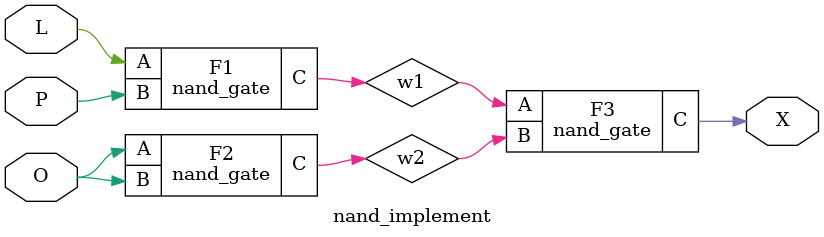
<source format=v>
/*Smart Light with Occupancy + Ambient

Inputs: L (ambient light low), P (person present), O (override ON)

Output: X (light ON)

Spec: X = 1 if (L=1 AND P=1) OR O=1.

Constraint: Implement using only NAND gates.
*/
module nand_gate (A,B,C);
  input A,B;
  output C;
  assign C = !(A&B);
endmodule

module nand_implement(L,P,O,X);
  input L,P,O;
  output X;
  wire w1,w2;
  nand_gate F1(L,P,w1);
  nand_gate F2(O,O,w2);
  nand_gate F3(w1,w2,X);
endmodule




</source>
